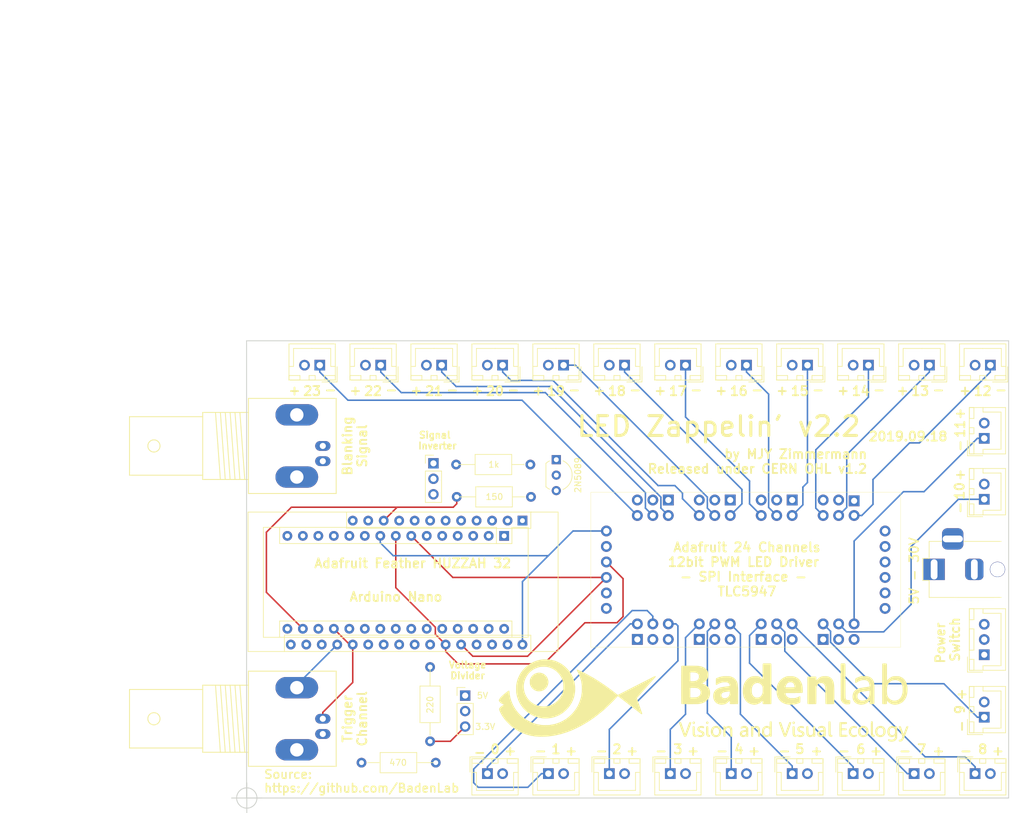
<source format=kicad_pcb>
(kicad_pcb (version 20171130) (host pcbnew "(5.0.0)")
  (layers (0 F.Cu signal) (31 B.Cu signal hide) (34 B.Paste user) (35 F.Paste user) (36 B.SilkS user) (37 F.SilkS user) (38 B.Mask user) (39 F.Mask user) (44 Edge.Cuts user))
  (net 0 "")
  (net 1 "Net-(A1-Pad17)")
  (net 2 "Net-(A1-Pad19)")
  (net 3 GNDREF)
  (net 4 "Net-(A1-Pad21)")
  (net 5 "Net-(A1-Pad22)")
  (net 6 "Net-(A1-Pad23)")
  (net 7 "Net-(A1-Pad24)")
  (net 8 "Net-(A1-Pad25)")
  (net 9 "Net-(A1-Pad26)")
  (net 10 "Net-(A1-Pad27)")
  (net 11 "Net-(A1-Pad28)")
  (net 12 "Net-(A1-Pad30)")
  (net 13 "Net-(A1-Pad16)")
  (net 14 "Net-(J1-Pad1)")
  (net 15 "Net-(J2-Pad1)")
  (net 16 "Net-(J3-Pad1)")
  (net 17 "Net-(J4-Pad1)")
  (net 18 "Net-(J5-Pad1)")
  (net 19 "Net-(J6-Pad1)")
  (net 20 "Net-(J7-Pad1)")
  (net 21 "Net-(J8-Pad1)")
  (net 22 "Net-(J9-Pad1)")
  (net 23 "Net-(J10-Pad1)")
  (net 24 "Net-(J11-Pad1)")
  (net 25 "Net-(J12-Pad1)")
  (net 26 "Net-(J13-Pad1)")
  (net 27 "Net-(J14-Pad1)")
  (net 28 "Net-(J15-Pad1)")
  (net 29 "Net-(J16-Pad1)")
  (net 30 "Net-(J17-Pad1)")
  (net 31 "Net-(J18-Pad1)")
  (net 32 "Net-(J19-Pad1)")
  (net 33 "Net-(J20-Pad1)")
  (net 34 "Net-(J21-Pad1)")
  (net 35 "Net-(J22-Pad1)")
  (net 36 "Net-(J23-Pad1)")
  (net 37 "Net-(J24-Pad1)")
  (net 38 "Net-(J25-Pad1)")
  (net 39 "Net-(Q1-Pad2)")
  (net 40 "Net-(A2-Pad20)")
  (module "" (layer F.Cu) (at 79.35 122.05)
    (fp_text reference "" (at 19.8 -10.65) (layer F.SilkS) (effects (font (size 1.27 1.27))))
    (fp_text value "" (at 19.8 -10.65) (layer F.SilkS) (effects (font (size 1.27 1.27))))
    (fp_text user 5V (at 19.35 -18.85) (layer F.SilkS))
  )
  (module "" (layer F.Cu) (at 19.8 -10.65)
    (fp_text reference "" (at 95.85 103.2) (layer F.SilkS) (effects (font (size 1.27 1.27))))
    (fp_text value "" (at 95.85 103.2) (layer F.SilkS) (effects (font (size 1.27 1.27))))
    (fp_text user 3.3V (at 79.35 118.95) (layer F.SilkS))
  )
  (module Connector_PinHeader_2.54mm:PinHeader_1x03_P2.54mm_Vertical (layer F.Cu) (at 95.85 103.2)
    (fp_text reference "" (at 0 -2.6) (layer F.SilkS))
    (fp_text value "")
    (pad 1 thru_hole rect (at 0 0) (size 1.7 1.7) (drill 1) (layers *.Cu *.Mask))
    (pad 2 thru_hole oval (at 0 2.54) (size 1.7 1.7) (drill 1) (layers *.Cu *.Mask))
    (pad 3 thru_hole oval (at 0 5.08) (size 1.7 1.7) (drill 1) (layers *.Cu *.Mask) (net 40 "Net-(A2-Pad20)"))
  )
  (module Maxime:R_Axial_DIN0309_L9.0mm_D3.2mm_P15.24mm_Horizontal (layer F.Cu) (at 106.55 65.3 180)
    (fp_text reference "" (at 11.43 -2.54 180) (layer F.SilkS))
    (fp_text value 1k (at 6 0 180) (layer F.SilkS))
    (pad 2 thru_hole oval (at 12.18 0 180) (size 1.6 1.6) (drill 0.8) (layers *.Cu *.Mask))
    (pad 1 thru_hole circle (at 0 0 180) (size 1.6 1.6) (drill 0.8) (layers *.Cu *.Mask))
  )
  (module Maxime:R_Axial_DIN0309_L9.0mm_D3.2mm_P15.24mm_Horizontal (layer F.Cu) (at 106.65 70.6 180)
    (fp_text reference "" (at 11.43 -2.54 180) (layer F.SilkS))
    (fp_text value 150 (at 6 0 180) (layer F.SilkS))
    (pad 2 thru_hole oval (at 12.18 0 180) (size 1.6 1.6) (drill 0.8) (layers *.Cu *.Mask) (net 13 "Net-(A1-Pad16)"))
    (pad 1 thru_hole circle (at 0 0 180) (size 1.6 1.6) (drill 0.8) (layers *.Cu *.Mask))
  )
  (module Package_TO_SOT_THT:TO-92L_Inline_Wide (layer F.Cu) (at 110.8 64.5 270)
    (fp_text reference 2N5089 (at 2.54 -3.56 270) (layer F.SilkS))
    (fp_text value "")
    (pad 1 thru_hole rect (at 0 0) (size 1.5 1.5) (drill 0.8) (layers *.Cu *.Mask))
    (pad 3 thru_hole circle (at 5.08 0) (size 1.5 1.5) (drill 0.8) (layers *.Cu *.Mask))
    (pad 2 thru_hole circle (at 2.54 0) (size 1.5 1.5) (drill 0.8) (layers *.Cu *.Mask))
  )
  (module Maxime:JST_XH_B02B-XH-A_02x2.50mm_Straight (layer F.Cu) (at 72 49 180)
    (fp_text reference "" (at -3.81 3.048 270) (layer F.SilkS))
    (fp_text value "" (at 2.772 -3.471 180) (layer F.SilkS))
    (pad 2 thru_hole circle (at 2.5 0 180) (size 1.75 1.75) (drill 1.05) (layers *.Cu *.Mask))
    (pad 1 thru_hole rect (at 0 0 180) (size 1.75 1.75) (drill 1.05) (layers *.Cu *.Mask) (net 37 "Net-(J24-Pad1)"))
  )
  (module Maxime:JST_XH_B02B-XH-A_02x2.50mm_Straight (layer F.Cu) (at 82 49 180)
    (fp_text reference "" (at -3.81 3.048 270) (layer F.SilkS))
    (fp_text value "" (at 2.772 -3.471 180) (layer F.SilkS))
    (pad 2 thru_hole circle (at 2.5 0 180) (size 1.75 1.75) (drill 1.05) (layers *.Cu *.Mask))
    (pad 1 thru_hole rect (at 0 0 180) (size 1.75 1.75) (drill 1.05) (layers *.Cu *.Mask) (net 36 "Net-(J23-Pad1)"))
  )
  (module Maxime:JST_XH_B02B-XH-A_02x2.50mm_Straight (layer F.Cu) (at 92 49 180)
    (fp_text reference "" (at -3.81 3.048 270) (layer F.SilkS))
    (fp_text value "" (at 2.772 -3.471 180) (layer F.SilkS))
    (pad 2 thru_hole circle (at 2.5 0 180) (size 1.75 1.75) (drill 1.05) (layers *.Cu *.Mask))
    (pad 1 thru_hole rect (at 0 0 180) (size 1.75 1.75) (drill 1.05) (layers *.Cu *.Mask) (net 35 "Net-(J22-Pad1)"))
  )
  (module Maxime:JST_XH_B02B-XH-A_02x2.50mm_Straight (layer F.Cu) (at 102 49 180)
    (fp_text reference "" (at -3.81 3.048 270) (layer F.SilkS))
    (fp_text value "" (at 2.772 -3.471 180) (layer F.SilkS))
    (pad 2 thru_hole circle (at 2.5 0 180) (size 1.75 1.75) (drill 1.05) (layers *.Cu *.Mask))
    (pad 1 thru_hole rect (at 0 0 180) (size 1.75 1.75) (drill 1.05) (layers *.Cu *.Mask) (net 34 "Net-(J21-Pad1)"))
  )
  (module Maxime:JST_XH_B02B-XH-A_02x2.50mm_Straight (layer F.Cu) (at 112 49 180)
    (fp_text reference "" (at -3.81 3.048 270) (layer F.SilkS))
    (fp_text value "" (at 2.772 -3.471 180) (layer F.SilkS))
    (pad 2 thru_hole circle (at 2.5 0 180) (size 1.75 1.75) (drill 1.05) (layers *.Cu *.Mask))
    (pad 1 thru_hole rect (at 0 0 180) (size 1.75 1.75) (drill 1.05) (layers *.Cu *.Mask) (net 33 "Net-(J20-Pad1)"))
  )
  (module Maxime:JST_XH_B02B-XH-A_02x2.50mm_Straight (layer F.Cu) (at 122 49 180)
    (fp_text reference "" (at -3.81 3.048 270) (layer F.SilkS))
    (fp_text value "" (at 2.772 -3.471 180) (layer F.SilkS))
    (pad 2 thru_hole circle (at 2.5 0 180) (size 1.75 1.75) (drill 1.05) (layers *.Cu *.Mask))
    (pad 1 thru_hole rect (at 0 0 180) (size 1.75 1.75) (drill 1.05) (layers *.Cu *.Mask) (net 32 "Net-(J19-Pad1)"))
  )
  (module Maxime:JST_XH_B02B-XH-A_02x2.50mm_Straight (layer F.Cu) (at 132 49 180)
    (fp_text reference "" (at -3.81 3.048 270) (layer F.SilkS))
    (fp_text value "" (at 2.772 -3.471 180) (layer F.SilkS))
    (pad 2 thru_hole circle (at 2.5 0 180) (size 1.75 1.75) (drill 1.05) (layers *.Cu *.Mask))
    (pad 1 thru_hole rect (at 0 0 180) (size 1.75 1.75) (drill 1.05) (layers *.Cu *.Mask) (net 31 "Net-(J18-Pad1)"))
  )
  (module Maxime:JST_XH_B02B-XH-A_02x2.50mm_Straight (layer F.Cu) (at 142 49 180)
    (fp_text reference "" (at -3.81 3.048 270) (layer F.SilkS))
    (fp_text value "" (at 2.772 -3.471 180) (layer F.SilkS))
    (pad 2 thru_hole circle (at 2.5 0 180) (size 1.75 1.75) (drill 1.05) (layers *.Cu *.Mask))
    (pad 1 thru_hole rect (at 0 0 180) (size 1.75 1.75) (drill 1.05) (layers *.Cu *.Mask) (net 30 "Net-(J17-Pad1)"))
  )
  (module Maxime:JST_XH_B02B-XH-A_02x2.50mm_Straight (layer F.Cu) (at 152 49 180)
    (fp_text reference "" (at -3.81 3.048 270) (layer F.SilkS))
    (fp_text value "" (at 2.772 -3.471 180) (layer F.SilkS))
    (pad 2 thru_hole circle (at 2.5 0 180) (size 1.75 1.75) (drill 1.05) (layers *.Cu *.Mask))
    (pad 1 thru_hole rect (at 0 0 180) (size 1.75 1.75) (drill 1.05) (layers *.Cu *.Mask) (net 29 "Net-(J16-Pad1)"))
  )
  (module Maxime:JST_XH_B02B-XH-A_02x2.50mm_Straight (layer F.Cu) (at 162 49 180)
    (fp_text reference "" (at -3.81 3.048 270) (layer F.SilkS))
    (fp_text value "" (at 2.772 -3.471 180) (layer F.SilkS))
    (pad 2 thru_hole circle (at 2.5 0 180) (size 1.75 1.75) (drill 1.05) (layers *.Cu *.Mask))
    (pad 1 thru_hole rect (at 0 0 180) (size 1.75 1.75) (drill 1.05) (layers *.Cu *.Mask) (net 28 "Net-(J15-Pad1)"))
  )
  (module Maxime:JST_XH_B02B-XH-A_02x2.50mm_Straight (layer F.Cu) (at 172 49 180)
    (fp_text reference "" (at -3.81 3.048 270) (layer F.SilkS))
    (fp_text value "" (at 2.772 -3.471 180) (layer F.SilkS))
    (pad 2 thru_hole circle (at 2.5 0 180) (size 1.75 1.75) (drill 1.05) (layers *.Cu *.Mask))
    (pad 1 thru_hole rect (at 0 0 180) (size 1.75 1.75) (drill 1.05) (layers *.Cu *.Mask) (net 27 "Net-(J14-Pad1)"))
  )
  (module Maxime:JST_XH_B02B-XH-A_02x2.50mm_Straight (layer F.Cu) (at 182 49 180)
    (fp_text reference "" (at -3.81 3.048 270) (layer F.SilkS))
    (fp_text value "" (at 2.772 -3.471 180) (layer F.SilkS))
    (pad 2 thru_hole circle (at 2.5 0 180) (size 1.75 1.75) (drill 1.05) (layers *.Cu *.Mask))
    (pad 1 thru_hole rect (at 0 0 180) (size 1.75 1.75) (drill 1.05) (layers *.Cu *.Mask) (net 26 "Net-(J13-Pad1)"))
  )
  (module Maxime:JST_XH_B02B-XH-A_02x2.50mm_Straight (layer F.Cu) (at 181 61 90)
    (fp_text reference "" (at -3.81 3.048 180) (layer F.SilkS))
    (fp_text value "" (at 2.772 -3.471 90) (layer F.SilkS))
    (pad 1 thru_hole rect (at 0 0 90) (size 1.75 1.75) (drill 1.05) (layers *.Cu *.Mask) (net 25 "Net-(J12-Pad1)"))
    (pad 2 thru_hole circle (at 2.5 0 90) (size 1.75 1.75) (drill 1.05) (layers *.Cu *.Mask))
  )
  (module Maxime:JST_XH_B02B-XH-A_02x2.50mm_Straight (layer F.Cu) (at 181 71 90)
    (fp_text reference "" (at -3.81 3.048 180) (layer F.SilkS))
    (fp_text value "" (at 2.772 -3.471 90) (layer F.SilkS))
    (pad 1 thru_hole rect (at 0 0 90) (size 1.75 1.75) (drill 1.05) (layers *.Cu *.Mask) (net 24 "Net-(J11-Pad1)"))
    (pad 2 thru_hole circle (at 2.5 0 90) (size 1.75 1.75) (drill 1.05) (layers *.Cu *.Mask))
  )
  (module Maxime:JST_XH_B02B-XH-A_02x2.50mm_Straight (layer F.Cu) (at 181 106.75 90)
    (fp_text reference "" (at -3.81 3.048 180) (layer F.SilkS))
    (fp_text value "" (at 2.772 -3.471 90) (layer F.SilkS))
    (pad 1 thru_hole rect (at 0 0 90) (size 1.75 1.75) (drill 1.05) (layers *.Cu *.Mask) (net 23 "Net-(J10-Pad1)"))
    (pad 2 thru_hole circle (at 2.5 0 90) (size 1.75 1.75) (drill 1.05) (layers *.Cu *.Mask))
  )
  (module Maxime:JST_XH_B02B-XH-A_02x2.50mm_Straight (layer F.Cu) (at 179.5 116)
    (fp_text reference "" (at -3.81 3.048 90) (layer F.SilkS))
    (fp_text value "" (at 2.772 -3.471) (layer F.SilkS))
    (pad 2 thru_hole circle (at 2.5 0) (size 1.75 1.75) (drill 1.05) (layers *.Cu *.Mask))
    (pad 1 thru_hole rect (at 0 0) (size 1.75 1.75) (drill 1.05) (layers *.Cu *.Mask) (net 22 "Net-(J9-Pad1)"))
  )
  (module Maxime:JST_XH_B02B-XH-A_02x2.50mm_Straight (layer F.Cu) (at 169.5 116)
    (fp_text reference "" (at -3.81 3.048 90) (layer F.SilkS))
    (fp_text value "" (at 2.772 -3.471) (layer F.SilkS))
    (pad 2 thru_hole circle (at 2.5 0) (size 1.75 1.75) (drill 1.05) (layers *.Cu *.Mask))
    (pad 1 thru_hole rect (at 0 0) (size 1.75 1.75) (drill 1.05) (layers *.Cu *.Mask) (net 21 "Net-(J8-Pad1)"))
  )
  (module Maxime:JST_XH_B02B-XH-A_02x2.50mm_Straight (layer F.Cu) (at 159.5 116)
    (fp_text reference "" (at -3.81 3.048 90) (layer F.SilkS))
    (fp_text value "" (at 2.772 -3.471) (layer F.SilkS))
    (pad 2 thru_hole circle (at 2.5 0) (size 1.75 1.75) (drill 1.05) (layers *.Cu *.Mask))
    (pad 1 thru_hole rect (at 0 0) (size 1.75 1.75) (drill 1.05) (layers *.Cu *.Mask) (net 20 "Net-(J7-Pad1)"))
  )
  (module Maxime:JST_XH_B02B-XH-A_02x2.50mm_Straight (layer F.Cu) (at 149.5 116)
    (fp_text reference "" (at -3.81 3.048 90) (layer F.SilkS))
    (fp_text value "" (at 2.772 -3.471) (layer F.SilkS))
    (pad 2 thru_hole circle (at 2.5 0) (size 1.75 1.75) (drill 1.05) (layers *.Cu *.Mask))
    (pad 1 thru_hole rect (at 0 0) (size 1.75 1.75) (drill 1.05) (layers *.Cu *.Mask) (net 19 "Net-(J6-Pad1)"))
  )
  (module Maxime:JST_XH_B02B-XH-A_02x2.50mm_Straight (layer F.Cu) (at 139.5 116)
    (fp_text reference "" (at -3.81 3.048 90) (layer F.SilkS))
    (fp_text value "" (at 2.772 -3.471) (layer F.SilkS))
    (pad 2 thru_hole circle (at 2.5 0) (size 1.75 1.75) (drill 1.05) (layers *.Cu *.Mask))
    (pad 1 thru_hole rect (at 0 0) (size 1.75 1.75) (drill 1.05) (layers *.Cu *.Mask) (net 18 "Net-(J5-Pad1)"))
  )
  (module Maxime:JST_XH_B02B-XH-A_02x2.50mm_Straight (layer F.Cu) (at 129.5 116)
    (fp_text reference "" (at -3.81 3.048 90) (layer F.SilkS))
    (fp_text value "" (at 2.772 -3.471) (layer F.SilkS))
    (pad 2 thru_hole circle (at 2.5 0) (size 1.75 1.75) (drill 1.05) (layers *.Cu *.Mask))
    (pad 1 thru_hole rect (at 0 0) (size 1.75 1.75) (drill 1.05) (layers *.Cu *.Mask) (net 17 "Net-(J4-Pad1)"))
  )
  (module Maxime:JST_XH_B02B-XH-A_02x2.50mm_Straight (layer F.Cu) (at 119.5 116)
    (fp_text reference "" (at -3.81 3.048 90) (layer F.SilkS))
    (fp_text value "" (at 2.772 -3.471) (layer F.SilkS))
    (pad 2 thru_hole circle (at 2.5 0) (size 1.75 1.75) (drill 1.05) (layers *.Cu *.Mask))
    (pad 1 thru_hole rect (at 0 0) (size 1.75 1.75) (drill 1.05) (layers *.Cu *.Mask) (net 16 "Net-(J3-Pad1)"))
  )
  (module Maxime:JST_XH_B02B-XH-A_02x2.50mm_Straight (layer F.Cu) (at 109.5 116)
    (fp_text reference "" (at -3.81 3.048 90) (layer F.SilkS))
    (fp_text value "" (at 2.772 -3.471) (layer F.SilkS))
    (pad 2 thru_hole circle (at 2.5 0) (size 1.75 1.75) (drill 1.05) (layers *.Cu *.Mask))
    (pad 1 thru_hole rect (at 0 0) (size 1.75 1.75) (drill 1.05) (layers *.Cu *.Mask) (net 15 "Net-(J2-Pad1)"))
  )
  (module "Maxime:new_logo 1000" (layer F.Cu) (at 135.35 104.55)
    (fp_text reference "" hide)
    (fp_text value "" hide)
  )
  (module Maxime:JST_XH_B02B-XH-A_02x2.50mm_Straight (layer F.Cu) (at 99.5 116)
    (fp_text reference "" (at -3.81 3.048 90) (layer F.SilkS))
    (fp_text value "" (at 2.772 -3.471) (layer F.SilkS))
    (pad 1 thru_hole rect (at 0 0) (size 1.75 1.75) (drill 1.05) (layers *.Cu *.Mask) (net 14 "Net-(J1-Pad1)"))
    (pad 2 thru_hole circle (at 2.5 0) (size 1.75 1.75) (drill 1.05) (layers *.Cu *.Mask))
  )
  (module Maxime:R_Axial_DIN0309_L9.0mm_D3.2mm_P15.24mm_Horizontal (layer F.Cu) (at 78.85 114.2)
    (fp_text reference "" (at 11.43 -2.54) (layer F.SilkS))
    (fp_text value 470 (at 6 0) (layer F.SilkS))
    (pad 2 thru_hole oval (at 12.18 0) (size 1.6 1.6) (drill 0.8) (layers *.Cu *.Mask))
    (pad 1 thru_hole circle (at 0 0) (size 1.6 1.6) (drill 0.8) (layers *.Cu *.Mask))
  )
  (module "Maxime:Adafruit Huzzah 32" (layer F.Cu) (at 63.75 73 270)
    (fp_text reference "" (at 9.12 -48.49 270) (layer F.SilkS))
    (fp_text value "" (at 10.15 -24.285) (layer F.SilkS))
    (pad SDA/23 thru_hole rect (at 1.5 -41.5 270) (size 1.6 1.6) (drill 0.8) (layers *.Cu *.Mask))
    (pad NC thru_hole oval (at 21.83 -8.58 270) (size 1.6 1.6) (drill 0.8) (layers *.Cu *.Mask))
    (pad SCL/22 thru_hole oval (at 1.5 -39.06 270) (size 1.6 1.6) (drill 0.8) (layers *.Cu *.Mask))
    (pad 18 thru_hole oval (at 21.83 -11.12 270) (size 1.6 1.6) (drill 0.8) (layers *.Cu *.Mask) (net 3 GNDREF))
    (pad 14/A6 thru_hole oval (at 1.5 -36.52 270) (size 1.6 1.6) (drill 0.8) (layers *.Cu *.Mask))
    (pad A0/26 thru_hole oval (at 21.83 -13.66 270) (size 1.6 1.6) (drill 0.8) (layers *.Cu *.Mask) (net 2 "Net-(A1-Pad19)"))
    (pad 32/A7 thru_hole oval (at 1.5 -33.98 270) (size 1.6 1.6) (drill 0.8) (layers *.Cu *.Mask))
    (pad A1/25 thru_hole oval (at 21.83 -16.2 270) (size 1.6 1.6) (drill 0.8) (layers *.Cu *.Mask))
    (pad 15/A8 thru_hole oval (at 1.5 -31.44 270) (size 1.6 1.6) (drill 0.8) (layers *.Cu *.Mask))
    (pad A2/34 thru_hole oval (at 21.83 -18.74 270) (size 1.6 1.6) (drill 0.8) (layers *.Cu *.Mask))
    (pad 33/A9 thru_hole oval (at 1.5 -28.9 270) (size 1.6 1.6) (drill 0.8) (layers *.Cu *.Mask))
    (pad A3/39 thru_hole oval (at 21.83 -21.28 270) (size 1.6 1.6) (drill 0.8) (layers *.Cu *.Mask))
    (pad 27/A10 thru_hole oval (at 1.5 -26.36 270) (size 1.6 1.6) (drill 0.8) (layers *.Cu *.Mask))
    (pad A4/36 thru_hole oval (at 21.83 -23.82 270) (size 1.6 1.6) (drill 0.8) (layers *.Cu *.Mask))
    (pad 12/A11 thru_hole oval (at 1.5 -23.82 270) (size 1.6 1.6) (drill 0.8) (layers *.Cu *.Mask))
    (pad A5/4 thru_hole oval (at 21.83 -26.36 270) (size 1.6 1.6) (drill 0.8) (layers *.Cu *.Mask))
    (pad 13/A12 thru_hole oval (at 1.5 -21.28 270) (size 1.6 1.6) (drill 0.8) (layers *.Cu *.Mask))
    (pad SCK/5 thru_hole oval (at 21.83 -28.9 270) (size 1.6 1.6) (drill 0.8) (layers *.Cu *.Mask) (net 8 "Net-(A1-Pad25)"))
    (pad USB thru_hole oval (at 1.5 -18.74 270) (size 1.6 1.6) (drill 0.8) (layers *.Cu *.Mask) (net 13 "Net-(A1-Pad16)"))
    (pad MOSI/18 thru_hole oval (at 21.83 -31.44 270) (size 1.6 1.6) (drill 0.8) (layers *.Cu *.Mask) (net 9 "Net-(A1-Pad26)"))
    (pad En thru_hole oval (at 1.5 -16.2 270) (size 1.6 1.6) (drill 0.8) (layers *.Cu *.Mask))
    (pad MISO/19 thru_hole oval (at 21.83 -33.98 270) (size 1.6 1.6) (drill 0.8) (layers *.Cu *.Mask))
    (pad BAT thru_hole oval (at 1.5 -13.66 270) (size 1.6 1.6) (drill 0.8) (layers *.Cu *.Mask))
    (pad RX/16 thru_hole oval (at 21.83 -36.52 270) (size 1.6 1.6) (drill 0.8) (layers *.Cu *.Mask))
    (pad TX/17 thru_hole oval (at 21.83 -39.06 270) (size 1.6 1.6) (drill 0.8) (layers *.Cu *.Mask))
    (pad 21 thru_hole oval (at 21.83 -41.5 270) (size 1.6 1.6) (drill 0.8) (layers *.Cu *.Mask) (net 12 "Net-(A1-Pad30)"))
    (pad 3V thru_hole oval (at 21.83 -6.04 270) (size 1.6 1.6) (drill 0.8) (layers *.Cu *.Mask))
    (pad RST thru_hole oval (at 21.83 -3.5 270) (size 1.6 1.6) (drill 0.8) (layers *.Cu *.Mask))
  )
  (module MountingHole:MountingHole_3.2mm_M3_DIN965 (layer F.Cu) (at 85 65)
    (fp_text reference "" (at 0 -3.8) (layer F.SilkS))
    (fp_text value "")
    (pad 1 np_thru_hole circle (at 0 0) (size 3.2 3.2) (drill 3.2) (layers *.Cu *.Mask))
  )
  (module MountingHole:MountingHole_3.2mm_M3_DIN965 (layer F.Cu) (at 85 105)
    (fp_text reference "" (at 0 -3.8) (layer F.SilkS))
    (fp_text value "")
    (pad 1 np_thru_hole circle (at 0 0) (size 3.2 3.2) (drill 3.2) (layers *.Cu *.Mask))
  )
  (module MountingHole:MountingHole_3.2mm_M3_DIN965 (layer F.Cu) (at 170 105 90)
    (fp_text reference "" (at 0 -3.8 90) (layer F.SilkS))
    (fp_text value "")
    (pad 1 np_thru_hole circle (at 0 0 90) (size 3.2 3.2) (drill 3.2) (layers *.Cu *.Mask))
  )
  (module Maxime:Maxi_TLC5947 (layer F.Cu) (at 141.875 82.55 90)
    (fp_text reference "")
    (fp_text value "")
    (pad 25 thru_hole circle (at 8.89 -7.62 90) (size 1.778 1.778) (drill 1) (layers *.Cu *.Mask) (net 34 "Net-(J21-Pad1)"))
    (pad "" thru_hole circle (at 11.43 -7.62 90) (size 1.778 1.778) (drill 1) (layers *.Cu *.Mask))
    (pad 26 thru_hole circle (at 8.89 -12.7 90) (size 1.778 1.778) (drill 1) (layers *.Cu *.Mask) (net 35 "Net-(J22-Pad1)"))
    (pad "" thru_hole circle (at 11.43 -15.24 90) (size 1.778 1.778) (drill 1) (layers *.Cu *.Mask))
    (pad 27 thru_hole circle (at 8.89 -15.24 90) (size 1.778 1.778) (drill 1) (layers *.Cu *.Mask) (net 36 "Net-(J23-Pad1)"))
    (pad "" thru_hole circle (at 11.43 -17.78 90) (size 1.778 1.778) (drill 1) (layers *.Cu *.Mask))
    (pad 28 thru_hole circle (at 8.89 -17.78 90) (size 1.778 1.778) (drill 1) (layers *.Cu *.Mask) (net 37 "Net-(J24-Pad1)"))
    (pad "" thru_hole circle (at 11.43 -5.08 90) (size 1.778 1.778) (drill 1) (layers *.Cu *.Mask))
    (pad 24 thru_hole circle (at 8.89 -5.08 90) (size 1.778 1.778) (drill 1) (layers *.Cu *.Mask) (net 33 "Net-(J20-Pad1)"))
    (pad 23 thru_hole circle (at 8.89 -2.54 90) (size 1.778 1.778) (drill 1) (layers *.Cu *.Mask) (net 32 "Net-(J19-Pad1)"))
    (pad "" thru_hole circle (at 11.43 5.08 90) (size 1.778 1.778) (drill 1) (layers *.Cu *.Mask))
    (pad "" thru_hole circle (at 11.43 2.54 90) (size 1.778 1.778) (drill 1) (layers *.Cu *.Mask))
    (pad 22 thru_hole circle (at 8.89 2.54 90) (size 1.778 1.778) (drill 1) (layers *.Cu *.Mask) (net 31 "Net-(J18-Pad1)"))
    (pad 21 thru_hole circle (at 8.89 5.08 90) (size 1.778 1.778) (drill 1) (layers *.Cu *.Mask) (net 30 "Net-(J17-Pad1)"))
    (pad 20 thru_hole circle (at 8.89 7.62 90) (size 1.778 1.778) (drill 1) (layers *.Cu *.Mask) (net 29 "Net-(J16-Pad1)"))
    (pad 19 thru_hole circle (at 8.89 12.7 90) (size 1.778 1.778) (drill 1) (layers *.Cu *.Mask) (net 28 "Net-(J15-Pad1)"))
    (pad "" thru_hole circle (at 11.43 12.7 90) (size 1.778 1.778) (drill 1) (layers *.Cu *.Mask))
    (pad "" thru_hole circle (at 11.43 15.24 90) (size 1.778 1.778) (drill 1) (layers *.Cu *.Mask))
    (pad 18 thru_hole circle (at 8.89 15.24 90) (size 1.778 1.778) (drill 1) (layers *.Cu *.Mask) (net 27 "Net-(J14-Pad1)"))
    (pad 17 thru_hole circle (at 8.89 17.78 90) (size 1.778 1.778) (drill 1) (layers *.Cu *.Mask) (net 26 "Net-(J13-Pad1)"))
    (pad 16 thru_hole circle (at -8.89 17.78 90) (size 1.778 1.778) (drill 1) (layers *.Cu *.Mask) (net 25 "Net-(J12-Pad1)"))
    (pad "" thru_hole circle (at -11.43 17.78 90) (size 1.778 1.778) (drill 1) (layers *.Cu *.Mask))
    (pad "" thru_hole circle (at -11.43 15.24 90) (size 1.778 1.778) (drill 1) (layers *.Cu *.Mask))
    (pad 15 thru_hole circle (at -8.89 15.24 90) (size 1.778 1.778) (drill 1) (layers *.Cu *.Mask) (net 24 "Net-(J11-Pad1)"))
    (pad 14 thru_hole circle (at -8.89 12.7 90) (size 1.778 1.778) (drill 1) (layers *.Cu *.Mask) (net 23 "Net-(J10-Pad1)"))
    (pad "" thru_hole circle (at -11.43 7.62 90) (size 1.778 1.778) (drill 1) (layers *.Cu *.Mask))
    (pad "" thru_hole circle (at -11.43 5.08 90) (size 1.778 1.778) (drill 1) (layers *.Cu *.Mask))
    (pad 13 thru_hole circle (at -8.89 7.62 90) (size 1.778 1.778) (drill 1) (layers *.Cu *.Mask) (net 22 "Net-(J9-Pad1)"))
    (pad 12 thru_hole circle (at -8.89 5.08 90) (size 1.778 1.778) (drill 1) (layers *.Cu *.Mask) (net 21 "Net-(J8-Pad1)"))
    (pad 11 thru_hole circle (at -8.89 2.54 90) (size 1.778 1.778) (drill 1) (layers *.Cu *.Mask) (net 20 "Net-(J7-Pad1)"))
    (pad "" thru_hole rect (at 11.43 -12.7 90) (size 1.778 1.778) (drill 1) (layers *.Cu *.Mask))
    (pad "" thru_hole rect (at 11.43 -2.54 90) (size 1.778 1.778) (drill 1) (layers *.Cu *.Mask))
    (pad "" thru_hole rect (at 11.43 7.62 90) (size 1.778 1.778) (drill 1) (layers *.Cu *.Mask))
    (pad "" thru_hole rect (at 11.3 17.78 90) (size 1.778 1.778) (drill 1) (layers *.Cu *.Mask))
    (pad "" thru_hole rect (at -11.43 12.7 90) (size 1.778 1.778) (drill 1) (layers *.Cu *.Mask))
    (pad "" thru_hole rect (at -11.43 2.54 90) (size 1.778 1.778) (drill 1) (layers *.Cu *.Mask))
    (pad "" thru_hole circle (at -11.43 -2.54 90) (size 1.778 1.778) (drill 1) (layers *.Cu *.Mask))
    (pad "" thru_hole circle (at -11.43 -5.08 90) (size 1.778 1.778) (drill 1) (layers *.Cu *.Mask))
    (pad "" thru_hole rect (at -11.43 -7.62 90) (size 1.778 1.778) (drill 1) (layers *.Cu *.Mask))
    (pad 10 thru_hole circle (at -8.89 -2.54 90) (size 1.778 1.778) (drill 1) (layers *.Cu *.Mask) (net 19 "Net-(J6-Pad1)"))
    (pad 9 thru_hole circle (at -8.89 -5.08 90) (size 1.778 1.778) (drill 1) (layers *.Cu *.Mask) (net 18 "Net-(J5-Pad1)"))
    (pad 8 thru_hole circle (at -8.89 -7.62 90) (size 1.778 1.778) (drill 1) (layers *.Cu *.Mask) (net 17 "Net-(J4-Pad1)"))
    (pad "" thru_hole circle (at -11.43 -12.7 90) (size 1.778 1.778) (drill 1) (layers *.Cu *.Mask))
    (pad "" thru_hole circle (at -11.43 -15.24 90) (size 1.778 1.778) (drill 1) (layers *.Cu *.Mask))
    (pad "" thru_hole rect (at -11.43 -17.78 90) (size 1.778 1.778) (drill 1) (layers *.Cu *.Mask))
    (pad 7 thru_hole circle (at -8.89 -12.7 90) (size 1.778 1.778) (drill 1) (layers *.Cu *.Mask) (net 16 "Net-(J3-Pad1)"))
    (pad 6 thru_hole circle (at -8.89 -15.24 90) (size 1.778 1.778) (drill 1) (layers *.Cu *.Mask) (net 15 "Net-(J2-Pad1)"))
    (pad 5 thru_hole circle (at -8.89 -17.78 90) (size 1.778 1.778) (drill 1) (layers *.Cu *.Mask) (net 14 "Net-(J1-Pad1)"))
    (pad 30 thru_hole circle (at 6.35 -22.86 270) (size 1.778 1.778) (drill 1.016) (layers *.Cu *.Mask) (net 12 "Net-(A1-Pad30)"))
    (pad 2 thru_hole circle (at 3.81 -22.86 180) (size 1.778 1.778) (drill 1.016) (layers *.Cu *.Mask))
    (pad 3 thru_hole circle (at 1.27 -22.86 180) (size 1.778 1.778) (drill 1.016) (layers *.Cu *.Mask) (net 8 "Net-(A1-Pad25)"))
    (pad 4 thru_hole circle (at -1.27 -22.86 180) (size 1.778 1.778) (drill 1.016) (layers *.Cu *.Mask) (net 9 "Net-(A1-Pad26)"))
    (pad 1 thru_hole circle (at -3.82 -22.86 180) (size 1.778 1.778) (drill 1.016) (layers *.Cu *.Mask))
    (pad 32 thru_hole circle (at -6.34 -22.86 180) (size 1.778 1.778) (drill 1.016) (layers *.Cu *.Mask))
    (pad 32 thru_hole circle (at -6.35 22.86 180) (size 1.778 1.778) (drill 1.016) (layers *.Cu *.Mask))
    (pad "" thru_hole circle (at -3.81 22.86 180) (size 1.778 1.778) (drill 1.016) (layers *.Cu *.Mask))
    (pad "" thru_hole circle (at -1.27 22.86 180) (size 1.778 1.778) (drill 1.016) (layers *.Cu *.Mask))
    (pad "" thru_hole circle (at 1.27 22.86 180) (size 1.778 1.778) (drill 1.016) (layers *.Cu *.Mask))
    (pad "" thru_hole circle (at 3.81 22.86 180) (size 1.778 1.778) (drill 1.016) (layers *.Cu *.Mask))
    (pad "" thru_hole circle (at 6.35 22.86 180) (size 1.778 1.778) (drill 1.016) (layers *.Cu *.Mask))
  )
  (module Maxime:BNC_Socket_TYCO-AMP_LargePads (layer F.Cu) (at 67.5 62.25 90)
    (fp_text reference "" (at 0.508 9.652 90) (layer F.SilkS))
    (fp_text value "" (at -5.5 -6 90) (layer F.SilkS))
    (pad 2 thru_hole oval (at -2.49936 5.00126 90) (size 1.6002 2.49936) (drill 1.00076) (layers *.Cu *.Mask))
    (pad 1 thru_hole oval (at 0 5.00126 90) (size 1.6002 2.49936) (drill 1.00076) (layers *.Cu *.Mask))
    (pad 2 thru_hole oval (at 5.10032 0.7366 90) (size 3.50012 7.00024) (drill 2.19964) (layers *.Cu *.Mask))
    (pad 2 thru_hole oval (at -5.09778 0.7366 90) (size 3.50012 7.00024) (drill 2.19964) (layers *.Cu *.Mask))
  )
  (module Maxime:BarrelJack_Horizontal_maxime (layer F.Cu) (at 187.275 82.5 180)
    (fp_text reference J2 hide)
    (fp_text value "5V - 30V" (at 17.775 -0.25 90) (layer F.SilkS) (effects (font (size 1.5 1.5) (thickness 0.25))))
    (pad 4 thru_hole circle (at 4.1 0 180) (size 2.5 2.5) (drill 2.4) (layers *.Cu *.Mask))
    (pad 1 thru_hole rect (at 14.5 0 180) (size 3.5 3.5) (drill oval 1.1 3.3) (layers *.Cu *.Mask))
    (pad 2 thru_hole roundrect (at 7.9 0 180) (size 3 3.5) (drill oval 1.1 3.3) (layers *.Cu *.Mask))
    (pad 3 thru_hole roundrect (at 11.45 5 180) (size 3.5 3.5) (drill oval 3.3 1.1) (layers *.Cu *.Mask))
  )
  (module Maxime:BNC_Socket_TYCO-AMP_LargePads (layer F.Cu) (at 67.5 107 90)
    (fp_text reference "" (at 0.508 9.652 90) (layer F.SilkS))
    (fp_text value "" (at -5.5 -6 90) (layer F.SilkS))
    (pad 2 thru_hole oval (at -5.09778 0.7366 90) (size 3.50012 7.00024) (drill 2.19964) (layers *.Cu *.Mask))
    (pad 2 thru_hole oval (at 5.10032 0.7366 90) (size 3.50012 7.00024) (drill 2.19964) (layers *.Cu *.Mask) (net 3 GNDREF))
    (pad 1 thru_hole oval (at 0 5.00126 90) (size 1.6002 2.49936) (drill 1.00076) (layers *.Cu *.Mask) (net 2 "Net-(A1-Pad19)"))
    (pad 2 thru_hole oval (at -2.49936 5.00126 90) (size 1.6002 2.49936) (drill 1.00076) (layers *.Cu *.Mask))
  )
  (module MountingHole:MountingHole_3.2mm_M3_DIN965 (layer F.Cu) (at 170 65)
    (fp_text reference "" (at 0 -3.8) (layer F.SilkS))
    (fp_text value "")
    (pad 1 np_thru_hole circle (at 0 0) (size 3.2 3.2) (drill 3.2) (layers *.Cu *.Mask))
  )
  (module Module:Arduino_Nano (layer F.Cu) (at 102.25 77 270)
    (fp_text reference "" (at 7.62 -5.08 270) (layer F.SilkS))
    (fp_text value "Arduino Nano" (at 10 17.75) (layer F.SilkS) (effects (font (size 1.5 1.5) (thickness 0.3))))
    (pad D13 thru_hole oval (at 15.24 35.56 270) (size 1.6 1.6) (drill 0.8) (layers *.Cu *.Mask))
    (pad D12 thru_hole oval (at 0 35.56 270) (size 1.6 1.6) (drill 0.8) (layers *.Cu *.Mask))
    (pad Vin thru_hole oval (at 15.24 0 270) (size 1.6 1.6) (drill 0.8) (layers *.Cu *.Mask))
    (pad D11 thru_hole oval (at 0 33.02 270) (size 1.6 1.6) (drill 0.8) (layers *.Cu *.Mask))
    (pad GND thru_hole oval (at 15.24 2.54 270) (size 1.6 1.6) (drill 0.8) (layers *.Cu *.Mask))
    (pad D10 thru_hole oval (at 0 30.48 270) (size 1.6 1.6) (drill 0.8) (layers *.Cu *.Mask))
    (pad RST thru_hole oval (at 15.24 5.08 270) (size 1.6 1.6) (drill 0.8) (layers *.Cu *.Mask))
    (pad D9 thru_hole oval (at 0 27.94 270) (size 1.6 1.6) (drill 0.8) (layers *.Cu *.Mask))
    (pad 5V thru_hole oval (at 15.24 7.62 270) (size 1.6 1.6) (drill 0.8) (layers *.Cu *.Mask))
    (pad D8 thru_hole oval (at 0 25.4 270) (size 1.6 1.6) (drill 0.8) (layers *.Cu *.Mask))
    (pad A7 thru_hole oval (at 15.24 10.16 270) (size 1.6 1.6) (drill 0.8) (layers *.Cu *.Mask))
    (pad D7 thru_hole oval (at 0 22.86 270) (size 1.6 1.6) (drill 0.8) (layers *.Cu *.Mask))
    (pad A6 thru_hole oval (at 15.24 12.7 270) (size 1.6 1.6) (drill 0.8) (layers *.Cu *.Mask))
    (pad D6 thru_hole oval (at 0 20.32 270) (size 1.6 1.6) (drill 0.8) (layers *.Cu *.Mask) (net 12 "Net-(A1-Pad30)"))
    (pad A5 thru_hole oval (at 15.24 15.24 270) (size 1.6 1.6) (drill 0.8) (layers *.Cu *.Mask))
    (pad D5 thru_hole oval (at 0 17.78 270) (size 1.6 1.6) (drill 0.8) (layers *.Cu *.Mask) (net 8 "Net-(A1-Pad25)"))
    (pad A4 thru_hole oval (at 15.24 17.78 270) (size 1.6 1.6) (drill 0.8) (layers *.Cu *.Mask))
    (pad D4 thru_hole oval (at 0 15.24 270) (size 1.6 1.6) (drill 0.8) (layers *.Cu *.Mask) (net 9 "Net-(A1-Pad26)"))
    (pad A3 thru_hole oval (at 15.24 20.32 270) (size 1.6 1.6) (drill 0.8) (layers *.Cu *.Mask))
    (pad D3 thru_hole oval (at 0 12.7 270) (size 1.6 1.6) (drill 0.8) (layers *.Cu *.Mask))
    (pad A2 thru_hole oval (at 15.24 22.86 270) (size 1.6 1.6) (drill 0.8) (layers *.Cu *.Mask))
    (pad D2 thru_hole oval (at 0 10.16 270) (size 1.6 1.6) (drill 0.8) (layers *.Cu *.Mask))
    (pad A1 thru_hole oval (at 15.24 25.4 270) (size 1.6 1.6) (drill 0.8) (layers *.Cu *.Mask))
    (pad GND thru_hole oval (at 0 7.62 270) (size 1.6 1.6) (drill 0.8) (layers *.Cu *.Mask))
    (pad A0 thru_hole oval (at 15.24 27.94 270) (size 1.6 1.6) (drill 0.8) (layers *.Cu *.Mask) (net 2 "Net-(A1-Pad19)"))
    (pad RST thru_hole oval (at 0 5.08 270) (size 1.6 1.6) (drill 0.8) (layers *.Cu *.Mask))
    (pad REF thru_hole oval (at 15.24 30.48 270) (size 1.6 1.6) (drill 0.8) (layers *.Cu *.Mask))
    (pad RX0 thru_hole oval (at 0 2.54 270) (size 1.6 1.6) (drill 0.8) (layers *.Cu *.Mask))
    (pad 3V3 thru_hole oval (at 15.24 33.02 270) (size 1.6 1.6) (drill 0.8) (layers *.Cu *.Mask) (net 13 "Net-(A1-Pad16)"))
    (pad TX1 thru_hole rect (at 0 0 270) (size 1.6 1.6) (drill 0.8) (layers *.Cu *.Mask))
  )
  (module Maxime:R_Axial_DIN0309_L9.0mm_D3.2mm_P15.24mm_Horizontal (layer F.Cu) (at 90.1 110.7 90)
    (fp_text reference "" (at 11.43 -2.54 90) (layer F.SilkS))
    (fp_text value 220 (at 6 0 90) (layer F.SilkS))
    (pad 1 thru_hole circle (at 0 0 90) (size 1.6 1.6) (drill 0.8) (layers *.Cu *.Mask) (net 40 "Net-(A2-Pad20)"))
    (pad 2 thru_hole oval (at 12.18 0 90) (size 1.6 1.6) (drill 0.8) (layers *.Cu *.Mask))
  )
  (module Maxime:JST_XH_B03B-XH-A_03x2.50mm_Straight (layer F.Cu) (at 181 96.5 90)
    (fp_text reference "" (at -3.556 3.048 180) (layer F.SilkS))
    (fp_text value "" (at 3.985 -3.507 90) (layer F.SilkS))
    (pad 1 thru_hole rect (at 0 0 90) (size 1.75 1.75) (drill 1) (layers *.Cu *.Mask))
    (pad 2 thru_hole circle (at 2.5 0 90) (size 1.75 1.75) (drill 1) (layers *.Cu *.Mask))
    (pad 3 thru_hole circle (at 5 0 90) (size 1.75 1.75) (drill 1) (layers *.Cu *.Mask))
  )
  (module Connector_PinHeader_2.54mm:PinHeader_1x03_P2.54mm_Vertical (layer F.Cu) (at 90.65 65.1)
    (fp_text reference "" (at 0 -2.6) (layer F.SilkS))
    (fp_text value "")
    (pad 3 thru_hole oval (at 0 5.08) (size 1.7 1.7) (drill 1) (layers *.Cu *.Mask))
    (pad 2 thru_hole oval (at 0 2.54) (size 1.7 1.7) (drill 1) (layers *.Cu *.Mask))
    (pad 1 thru_hole rect (at 0 0) (size 1.7 1.7) (drill 1) (layers *.Cu *.Mask))
  )
  (gr_text "Voltage\nDivider" (at 96.25 99.05) (layer F.SilkS) (effects (font (size 1.1 1.1) (thickness 0.25))))
  (gr_text "Signal \nInverter" (at 91.3 61.35) (layer F.SilkS) (effects (font (size 1.1 1.1) (thickness 0.25))))
  (gr_text - (at 73.75 53.25 180) (layer F.SilkS) (effects (font (size 1.5 1.5) (thickness 0.3))))
  (gr_text "23\n" (at 70.75 53.25) (layer F.SilkS) (effects (font (size 1.5 1.5) (thickness 0.3))))
  (gr_text + (at 67.75 53.25 90) (layer F.SilkS) (effects (font (size 1.5 1.5) (thickness 0.3))))
  (gr_text - (at 83.75 53.25 180) (layer F.SilkS) (effects (font (size 1.5 1.5) (thickness 0.3))))
  (gr_text 22 (at 80.75 53.25) (layer F.SilkS) (effects (font (size 1.5 1.5) (thickness 0.3))))
  (gr_text + (at 77.75 53.25 90) (layer F.SilkS) (effects (font (size 1.5 1.5) (thickness 0.3))))
  (gr_text - (at 93.75 53.25 180) (layer F.SilkS) (effects (font (size 1.5 1.5) (thickness 0.3))))
  (gr_text 21 (at 90.75 53.25) (layer F.SilkS) (effects (font (size 1.5 1.5) (thickness 0.3))))
  (gr_text + (at 87.75 53.25 90) (layer F.SilkS) (effects (font (size 1.5 1.5) (thickness 0.3))))
  (gr_text - (at 103.75 53.25 180) (layer F.SilkS) (effects (font (size 1.5 1.5) (thickness 0.3))))
  (gr_text 20 (at 100.75 53.25) (layer F.SilkS) (effects (font (size 1.5 1.5) (thickness 0.3))))
  (gr_text + (at 97.75 53.25 90) (layer F.SilkS) (effects (font (size 1.5 1.5) (thickness 0.3))))
  (gr_text - (at 113.75 53.25 180) (layer F.SilkS) (effects (font (size 1.5 1.5) (thickness 0.3))))
  (gr_text 19 (at 110.75 53.25) (layer F.SilkS) (effects (font (size 1.5 1.5) (thickness 0.3))))
  (gr_text + (at 107.75 53.25 90) (layer F.SilkS) (effects (font (size 1.5 1.5) (thickness 0.3))))
  (gr_text - (at 123.75 53.25 180) (layer F.SilkS) (effects (font (size 1.5 1.5) (thickness 0.3))))
  (gr_text 18 (at 120.75 53.25) (layer F.SilkS) (effects (font (size 1.5 1.5) (thickness 0.3))))
  (gr_text + (at 117.75 53.25 90) (layer F.SilkS) (effects (font (size 1.5 1.5) (thickness 0.3))))
  (gr_text - (at 133.75 53.25 180) (layer F.SilkS) (effects (font (size 1.5 1.5) (thickness 0.3))))
  (gr_text 17 (at 130.75 53.25) (layer F.SilkS) (effects (font (size 1.5 1.5) (thickness 0.3))))
  (gr_text + (at 127.75 53.25 90) (layer F.SilkS) (effects (font (size 1.5 1.5) (thickness 0.3))))
  (gr_text - (at 143.75 53.25 180) (layer F.SilkS) (effects (font (size 1.5 1.5) (thickness 0.3))))
  (gr_text 16 (at 140.75 53.25) (layer F.SilkS) (effects (font (size 1.5 1.5) (thickness 0.3))))
  (gr_text + (at 137.75 53.25 90) (layer F.SilkS) (effects (font (size 1.5 1.5) (thickness 0.3))))
  (gr_text - (at 153.75 53.25 180) (layer F.SilkS) (effects (font (size 1.5 1.5) (thickness 0.3))))
  (gr_text 15 (at 150.75 53.25) (layer F.SilkS) (effects (font (size 1.5 1.5) (thickness 0.3))))
  (gr_text + (at 147.75 53.25 90) (layer F.SilkS) (effects (font (size 1.5 1.5) (thickness 0.3))))
  (gr_text - (at 163.75 53.25 180) (layer F.SilkS) (effects (font (size 1.5 1.5) (thickness 0.3))))
  (gr_text 14 (at 160.75 53.25) (layer F.SilkS) (effects (font (size 1.5 1.5) (thickness 0.3))))
  (gr_text + (at 157.75 53.25 90) (layer F.SilkS) (effects (font (size 1.5 1.5) (thickness 0.3))))
  (gr_text - (at 173.5 53.25 180) (layer F.SilkS) (effects (font (size 1.5 1.5) (thickness 0.3))))
  (gr_text 13 (at 170.5 53.25) (layer F.SilkS) (effects (font (size 1.5 1.5) (thickness 0.3))))
  (gr_text + (at 167.5 53.25 90) (layer F.SilkS) (effects (font (size 1.5 1.5) (thickness 0.3))))
  (gr_text - (at 183.75 53.25 180) (layer F.SilkS) (effects (font (size 1.5 1.5) (thickness 0.3))))
  (gr_text 12 (at 180.75 53.25) (layer F.SilkS) (effects (font (size 1.5 1.5) (thickness 0.3))))
  (gr_text + (at 177.75 53.25 90) (layer F.SilkS) (effects (font (size 1.5 1.5) (thickness 0.3))))
  (gr_text 11 (at 177.050056 59.460097 90) (layer F.SilkS) (effects (font (size 1.5 1.5) (thickness 0.3))))
  (gr_text - (at 177 62.210097 90) (layer F.SilkS) (effects (font (size 1.5 1.5) (thickness 0.3))))
  (gr_text + (at 177 56.960097 90) (layer F.SilkS) (effects (font (size 1.5 1.5) (thickness 0.3))))
  (gr_text + (at 177 67 90) (layer F.SilkS) (effects (font (size 1.5 1.5) (thickness 0.3))))
  (gr_text "10\n" (at 176.960098 69.637402 90) (layer F.SilkS) (effects (font (size 1.5 1.5) (thickness 0.3))))
  (gr_text - (at 177 72.387402 90) (layer F.SilkS) (effects (font (size 1.5 1.5) (thickness 0.3))))
  (gr_text 9 (at 177 105.5 90) (layer F.SilkS) (effects (font (size 1.5 1.5) (thickness 0.3))))
  (gr_text - (at 177.25 108.25 90) (layer F.SilkS) (effects (font (size 1.5 1.5) (thickness 0.3))))
  (gr_text + (at 177.25 103 90) (layer F.SilkS) (effects (font (size 1.5 1.5) (thickness 0.3))))
  (gr_text "LED Zappelin' v2.2" (at 137.45 59.05) (layer F.SilkS) (effects (font (size 3.25 3.25) (thickness 0.5))))
  (gr_text "Power \nSwitch" (at 175 94 90) (layer F.SilkS) (effects (font (size 1.5 1.5) (thickness 0.3))))
  (gr_text "Blanking\nSignal" (at 77.75 62.25 90) (layer F.SilkS) (effects (font (size 1.5 1.5) (thickness 0.3))))
  (gr_text "Trigger\nChannel" (at 77.75 107 90) (layer F.SilkS) (effects (font (size 1.5 1.5) (thickness 0.3))))
  (gr_text 0 (at 100.75 112) (layer F.SilkS) (effects (font (size 1.5 1.5) (thickness 0.3))))
  (gr_text 1 (at 110.75 112) (layer F.SilkS) (effects (font (size 1.5 1.5) (thickness 0.3))))
  (gr_text 2 (at 120.75 112) (layer F.SilkS) (effects (font (size 1.5 1.5) (thickness 0.3))))
  (gr_text 3 (at 130.75 112) (layer F.SilkS) (effects (font (size 1.5 1.5) (thickness 0.3))))
  (gr_text 4 (at 140.75 112) (layer F.SilkS) (effects (font (size 1.5 1.5) (thickness 0.3))))
  (gr_text 5 (at 150.75 111.975) (layer F.SilkS) (effects (font (size 1.5 1.5) (thickness 0.3))))
  (gr_text 6 (at 160.75 112) (layer F.SilkS) (effects (font (size 1.5 1.5) (thickness 0.3))))
  (gr_text 7 (at 170.75 112) (layer F.SilkS) (effects (font (size 1.5 1.5) (thickness 0.3))))
  (gr_text 8 (at 180.75 112) (layer F.SilkS) (effects (font (size 1.5 1.5) (thickness 0.3))))
  (gr_text "Source: \nhttps://github.com/BadenLab" (at 62.75 117.25) (layer F.SilkS) (effects (font (size 1.4 1.4) (thickness 0.25)) (justify left)))
  (gr_text "by MJY Zimmermann\nReleased under CERN OHL v1.2" (at 161.95 64.8) (layer F.SilkS) (effects (font (size 1.5 1.5) (thickness 0.3)) (justify right)))
  (gr_text 2019.09.18 (at 168.5 60.7) (layer F.SilkS) (effects (font (size 1.5 1.5) (thickness 0.3))))
  (gr_text - (at 178 112.25) (layer F.SilkS) (effects (font (size 1.5 1.5) (thickness 0.3))))
  (gr_text - (at 168 112.25) (layer F.SilkS) (effects (font (size 1.5 1.5) (thickness 0.3))))
  (gr_text - (at 158 112.25) (layer F.SilkS) (effects (font (size 1.5 1.5) (thickness 0.3))))
  (gr_text - (at 148.25 112.25) (layer F.SilkS) (effects (font (size 1.5 1.5) (thickness 0.3))))
  (gr_text - (at 138 112.25) (layer F.SilkS) (effects (font (size 1.5 1.5) (thickness 0.3))))
  (gr_text - (at 128 112.25) (layer F.SilkS) (effects (font (size 1.5 1.5) (thickness 0.3))))
  (gr_text - (at 118.25 112.25) (layer F.SilkS) (effects (font (size 1.5 1.5) (thickness 0.3))))
  (gr_text - (at 108.25 112.25) (layer F.SilkS) (effects (font (size 1.5 1.5) (thickness 0.3))))
  (gr_text - (at 98.25 112.5) (layer F.SilkS) (effects (font (size 1.5 1.5) (thickness 0.3))))
  (gr_text + (at 103.25 112.25) (layer F.SilkS) (effects (font (size 1.5 1.5) (thickness 0.3))))
  (gr_text + (at 113.25 112.25) (layer F.SilkS) (effects (font (size 1.5 1.5) (thickness 0.3))))
  (gr_text + (at 123.25 112.25) (layer F.SilkS) (effects (font (size 1.5 1.5) (thickness 0.3))))
  (gr_text + (at 133.25 112.25) (layer F.SilkS) (effects (font (size 1.5 1.5) (thickness 0.3))))
  (gr_text + (at 143.25 112.25) (layer F.SilkS) (effects (font (size 1.5 1.5) (thickness 0.3))))
  (gr_text + (at 153.5 112.25) (layer F.SilkS) (effects (font (size 1.5 1.5) (thickness 0.3))))
  (gr_text + (at 163.25 112.25) (layer F.SilkS) (effects (font (size 1.5 1.5) (thickness 0.3))))
  (gr_text + (at 173.5 112.25) (layer F.SilkS) (effects (font (size 1.5 1.5) (thickness 0.3))))
  (gr_text + (at 183.25 112.25) (layer F.SilkS) (effects (font (size 1.5 1.5) (thickness 0.3))))
  (gr_text "Adafruit Feather HUZZAH 32" (at 87.25 81.5) (layer F.SilkS) (effects (font (size 1.5 1.5) (thickness 0.3))))
  (gr_text "Adafruit 24 Channels\n12bit PWM LED Driver \n- SPI Interface - \nTLC5947" (at 142.075 82.5) (layer F.SilkS) (effects (font (size 1.5 1.5) (thickness 0.3))))
  (target plus (at 60.033183 120) (size 5) (width 0.15) (layer Edge.Cuts))
  (gr_line (start 60 45) (end 60 65) (layer Edge.Cuts) (width 0.15))
  (gr_line (start 185 45) (end 60 45) (layer Edge.Cuts) (width 0.15))
  (gr_line (start 185 120) (end 185 45) (layer Edge.Cuts) (width 0.15))
  (gr_line (start 60 120) (end 185 120) (layer Edge.Cuts) (width 0.15))
  (gr_line (start 60 65) (end 60 120) (layer Edge.Cuts) (width 0.15))
  (segment (start 77.41 101.04116) (end 77.41 94.83) (width 0.25) (layer F.Cu) (net 2))
  (segment (start 72.50126 107) (end 72.50126 105.9499) (width 0.25) (layer F.Cu) (net 2))
  (segment (start 72.50126 105.9499) (end 77.41 101.04116) (width 0.25) (layer F.Cu) (net 2))
  (segment (start 76.9 94.83) (end 77.41 94.83) (width 0.25) (layer F.Cu) (net 2))
  (segment (start 74.31 92.24) (end 76.9 94.83) (width 0.25) (layer F.Cu) (net 2))
  (segment (start 74.87 94.83) (end 68.2366 101.4634) (width 0.25) (layer B.Cu) (net 3))
  (segment (start 68.2366 101.4634) (end 68.2366 101.89968) (width 0.25) (layer B.Cu) (net 3))
  (segment (start 91.850001 94.030001) (end 92.65 94.83) (width 0.25) (layer F.Cu) (net 8))
  (segment (start 90.964999 93.144999) (end 91.850001 94.030001) (width 0.25) (layer F.Cu) (net 8))
  (segment (start 90.964999 91.989997) (end 90.964999 93.144999) (width 0.25) (layer F.Cu) (net 8))
  (segment (start 84.47 85.494998) (end 90.964999 91.989997) (width 0.25) (layer F.Cu) (net 8))
  (segment (start 84.47 77) (end 84.47 85.494998) (width 0.25) (layer F.Cu) (net 8))
  (segment (start 92.65 95.96137) (end 92.65 94.83) (width 0.25) (layer F.Cu) (net 8))
  (segment (start 94.68863 98) (end 92.65 95.96137) (width 0.25) (layer F.Cu) (net 8))
  (segment (start 119.015 81.28) (end 121.75 84.015) (width 0.25) (layer F.Cu) (net 8))
  (segment (start 121.75 84.015) (end 121.75 90.25) (width 0.25) (layer F.Cu) (net 8))
  (segment (start 121.75 90.25) (end 120.75 91.25) (width 0.25) (layer F.Cu) (net 8))
  (segment (start 120.75 91.25) (end 115.5 91.25) (width 0.25) (layer F.Cu) (net 8))
  (segment (start 115.5 91.25) (end 108.75 98) (width 0.25) (layer F.Cu) (net 8))
  (segment (start 108.75 98) (end 94.68863 98) (width 0.25) (layer F.Cu) (net 8))
  (segment (start 106.2 83.82) (end 119.015 83.82) (width 0.25) (layer F.Cu) (net 9))
  (segment (start 95.19 94.83) (end 97.11 96.75) (width 0.25) (layer F.Cu) (net 9))
  (segment (start 106.085 96.75) (end 119.015 83.82) (width 0.25) (layer F.Cu) (net 9))
  (segment (start 97.11 96.75) (end 106.085 96.75) (width 0.25) (layer F.Cu) (net 9))
  (segment (start 93.83 83.82) (end 106.2 83.82) (width 0.25) (layer F.Cu) (net 9))
  (segment (start 87.01 77) (end 93.83 83.82) (width 0.25) (layer F.Cu) (net 9))
  (segment (start 81.93 78.13137) (end 84.04863 80.25) (width 0.25) (layer B.Cu) (net 12))
  (segment (start 81.93 77) (end 81.93 78.13137) (width 0.25) (layer B.Cu) (net 12))
  (segment (start 84.04863 80.25) (end 109.5 80.25) (width 0.25) (layer B.Cu) (net 12))
  (segment (start 113.55 76.2) (end 119.015 76.2) (width 0.25) (layer B.Cu) (net 12))
  (segment (start 109.5 80.25) (end 113.55 76.2) (width 0.25) (layer B.Cu) (net 12))
  (segment (start 105.25 84.5) (end 109.5 80.25) (width 0.25) (layer B.Cu) (net 12))
  (segment (start 105.25 94.83) (end 105.25 84.5) (width 0.25) (layer B.Cu) (net 12))
  (segment (start 63.25 86.26) (end 69.23 92.24) (width 0.25) (layer F.Cu) (net 13))
  (segment (start 63.25 76.4) (end 63.25 86.26) (width 0.25) (layer F.Cu) (net 13))
  (segment (start 67.35 72.3) (end 63.25 76.4) (width 0.25) (layer F.Cu) (net 13))
  (segment (start 93.90137 72.3) (end 67.35 72.3) (width 0.25) (layer F.Cu) (net 13))
  (segment (start 94.47 70.6) (end 94.47 71.73137) (width 0.25) (layer F.Cu) (net 13))
  (segment (start 94.47 71.73137) (end 93.90137 72.3) (width 0.25) (layer F.Cu) (net 13))
  (segment (start 84.69 72.3) (end 93.90137 72.3) (width 0.25) (layer F.Cu) (net 13))
  (segment (start 82.49 74.5) (end 84.69 72.3) (width 0.25) (layer F.Cu) (net 13))
  (segment (start 122.935 91.44) (end 124.095 91.44) (width 0.25) (layer B.Cu) (net 14))
  (segment (start 99.5 114.875) (end 122.935 91.44) (width 0.25) (layer B.Cu) (net 14))
  (segment (start 99.5 116) (end 99.5 114.875) (width 0.25) (layer B.Cu) (net 14))
  (segment (start 106.125 118.25) (end 108.375 116) (width 0.25) (layer B.Cu) (net 15))
  (segment (start 98 118.25) (end 106.125 118.25) (width 0.25) (layer B.Cu) (net 15))
  (segment (start 126.635 91.44) (end 126.635 90.182765) (width 0.25) (layer B.Cu) (net 15))
  (segment (start 108.375 116) (end 109.5 116) (width 0.25) (layer B.Cu) (net 15))
  (segment (start 126.635 90.182765) (end 125.702235 89.25) (width 0.25) (layer B.Cu) (net 15))
  (segment (start 125.702235 89.25) (end 123.25 89.25) (width 0.25) (layer B.Cu) (net 15))
  (segment (start 123.25 89.25) (end 97.25 115.25) (width 0.25) (layer B.Cu) (net 15))
  (segment (start 97.25 115.25) (end 97.25 117.5) (width 0.25) (layer B.Cu) (net 15))
  (segment (start 97.25 117.5) (end 98 118.25) (width 0.25) (layer B.Cu) (net 15))
  (segment (start 130.432235 91.44) (end 130.75 91.757765) (width 0.25) (layer B.Cu) (net 16))
  (segment (start 129.175 91.44) (end 130.432235 91.44) (width 0.25) (layer B.Cu) (net 16))
  (segment (start 130.75 91.757765) (end 130.75 97.5) (width 0.25) (layer B.Cu) (net 16))
  (segment (start 119.5 108.75) (end 119.5 116) (width 0.25) (layer B.Cu) (net 16))
  (segment (start 130.75 97.5) (end 119.5 108.75) (width 0.25) (layer B.Cu) (net 16))
  (segment (start 134.255 91.44) (end 132 93.695) (width 0.25) (layer B.Cu) (net 17))
  (segment (start 132 93.695) (end 132 106.25) (width 0.25) (layer B.Cu) (net 17))
  (segment (start 129.5 108.75) (end 129.5 116) (width 0.25) (layer B.Cu) (net 17))
  (segment (start 132 106.25) (end 129.5 108.75) (width 0.25) (layer B.Cu) (net 17))
  (segment (start 135.580999 92.654001) (end 135.580999 106.080999) (width 0.25) (layer B.Cu) (net 18))
  (segment (start 136.795 91.44) (end 135.580999 92.654001) (width 0.25) (layer B.Cu) (net 18))
  (segment (start 139.5 110) (end 139.5 116) (width 0.25) (layer B.Cu) (net 18))
  (segment (start 135.580999 106.080999) (end 139.5 110) (width 0.25) (layer B.Cu) (net 18))
  (segment (start 139.335 91.44) (end 141 93.105) (width 0.25) (layer B.Cu) (net 19))
  (segment (start 141 93.105) (end 141 106.25) (width 0.25) (layer B.Cu) (net 19))
  (segment (start 149.5 114.75) (end 149.5 116) (width 0.25) (layer B.Cu) (net 19))
  (segment (start 141 106.25) (end 149.5 114.75) (width 0.25) (layer B.Cu) (net 19))
  (segment (start 144.415 91.44) (end 142.5 93.355) (width 0.25) (layer B.Cu) (net 20))
  (segment (start 159.5 114.875) (end 159.5 116) (width 0.25) (layer B.Cu) (net 20))
  (segment (start 142.5 97.875) (end 159.5 114.875) (width 0.25) (layer B.Cu) (net 20))
  (segment (start 142.5 93.355) (end 142.5 97.875) (width 0.25) (layer B.Cu) (net 20))
  (segment (start 168.375 116) (end 169.5 116) (width 0.25) (layer B.Cu) (net 21))
  (segment (start 148.280999 95.905999) (end 168.375 116) (width 0.25) (layer B.Cu) (net 21))
  (segment (start 148.280999 92.765999) (end 148.280999 95.905999) (width 0.25) (layer B.Cu) (net 21))
  (segment (start 146.955 91.44) (end 148.280999 92.765999) (width 0.25) (layer B.Cu) (net 21))
  (segment (start 179.5 114.875) (end 179.5 116) (width 0.25) (layer B.Cu) (net 22))
  (segment (start 177.875 113.25) (end 179.5 114.875) (width 0.25) (layer B.Cu) (net 22))
  (segment (start 171.305 113.25) (end 177.875 113.25) (width 0.25) (layer B.Cu) (net 22))
  (segment (start 149.495 91.44) (end 171.305 113.25) (width 0.25) (layer B.Cu) (net 22))
  (segment (start 155.789001 94.450723) (end 162.588278 101.25) (width 0.25) (layer B.Cu) (net 23))
  (segment (start 154.575 91.44) (end 155.789001 92.654001) (width 0.25) (layer B.Cu) (net 23))
  (segment (start 155.789001 92.654001) (end 155.789001 94.450723) (width 0.25) (layer B.Cu) (net 23))
  (segment (start 179.875 106.75) (end 181 106.75) (width 0.25) (layer B.Cu) (net 23))
  (segment (start 174.375 101.25) (end 179.875 106.75) (width 0.25) (layer B.Cu) (net 23))
  (segment (start 162.588278 101.25) (end 174.375 101.25) (width 0.25) (layer B.Cu) (net 23))
  (segment (start 157.115 91.44) (end 158.425 92.75) (width 0.25) (layer B.Cu) (net 24))
  (segment (start 158.425 92.75) (end 164.5 92.75) (width 0.25) (layer B.Cu) (net 24))
  (segment (start 164.5 92.75) (end 169 88.25) (width 0.25) (layer B.Cu) (net 24))
  (segment (start 169 88.25) (end 169 78.75) (width 0.25) (layer B.Cu) (net 24))
  (segment (start 176.75 71) (end 181 71) (width 0.25) (layer B.Cu) (net 24))
  (segment (start 169 78.75) (end 176.75 71) (width 0.25) (layer B.Cu) (net 24))
  (segment (start 159.655 91.44) (end 159.655 77.845) (width 0.25) (layer B.Cu) (net 25))
  (segment (start 159.655 77.845) (end 167.75 69.75) (width 0.25) (layer B.Cu) (net 25))
  (segment (start 179.875 61) (end 181 61) (width 0.25) (layer B.Cu) (net 25))
  (segment (start 171.125 69.75) (end 179.875 61) (width 0.25) (layer B.Cu) (net 25))
  (segment (start 167.75 69.75) (end 171.125 69.75) (width 0.25) (layer B.Cu) (net 25))
  (segment (start 159.655 73.66) (end 160.912235 73.66) (width 0.25) (layer B.Cu) (net 26))
  (segment (start 182 50.125) (end 170.375 61.75) (width 0.25) (layer B.Cu) (net 26))
  (segment (start 182 49) (end 182 50.125) (width 0.25) (layer B.Cu) (net 26))
  (segment (start 170.375 61.75) (end 168.75 61.75) (width 0.25) (layer B.Cu) (net 26))
  (segment (start 168.75 61.75) (end 162.75 67.75) (width 0.25) (layer B.Cu) (net 26))
  (segment (start 162.75 71.822235) (end 160.912235 73.66) (width 0.25) (layer B.Cu) (net 26))
  (segment (start 162.75 67.75) (end 162.75 71.822235) (width 0.25) (layer B.Cu) (net 26))
  (segment (start 172 50.125) (end 172 49) (width 0.25) (layer B.Cu) (net 27))
  (segment (start 158.440999 63.684001) (end 172 50.125) (width 0.25) (layer B.Cu) (net 27))
  (segment (start 158.440999 72.334001) (end 158.440999 63.684001) (width 0.25) (layer B.Cu) (net 27))
  (segment (start 157.115 73.66) (end 158.440999 72.334001) (width 0.25) (layer B.Cu) (net 27))
  (segment (start 162 49) (end 162 54.25) (width 0.25) (layer B.Cu) (net 28))
  (segment (start 153.686001 72.771001) (end 154.575 73.66) (width 0.25) (layer B.Cu) (net 28))
  (segment (start 153.360999 72.445999) (end 153.686001 72.771001) (width 0.25) (layer B.Cu) (net 28))
  (segment (start 153.360999 62.889001) (end 153.360999 72.445999) (width 0.25) (layer B.Cu) (net 28))
  (segment (start 162 54.25) (end 153.360999 62.889001) (width 0.25) (layer B.Cu) (net 28))
  (segment (start 152 49) (end 152 68.25) (width 0.25) (layer B.Cu) (net 29))
  (segment (start 152 68.25) (end 151.25 69) (width 0.25) (layer B.Cu) (net 29))
  (segment (start 151.25 71.905) (end 149.495 73.66) (width 0.25) (layer B.Cu) (net 29))
  (segment (start 151.25 69) (end 151.25 71.905) (width 0.25) (layer B.Cu) (net 29))
  (segment (start 146.066001 72.771001) (end 146.955 73.66) (width 0.25) (layer B.Cu) (net 30))
  (segment (start 145.629001 72.334001) (end 146.066001 72.771001) (width 0.25) (layer B.Cu) (net 30))
  (segment (start 145.629001 53.754001) (end 145.629001 72.334001) (width 0.25) (layer B.Cu) (net 30))
  (segment (start 142 50.125) (end 145.629001 53.754001) (width 0.25) (layer B.Cu) (net 30))
  (segment (start 142 49) (end 142 50.125) (width 0.25) (layer B.Cu) (net 30))
  (segment (start 132 49) (end 132 57.5) (width 0.25) (layer B.Cu) (net 31))
  (segment (start 132 57.5) (end 142.5 68) (width 0.25) (layer B.Cu) (net 31))
  (segment (start 142.5 71.745) (end 144.415 73.66) (width 0.25) (layer B.Cu) (net 31))
  (segment (start 142.5 68) (end 142.5 71.745) (width 0.25) (layer B.Cu) (net 31))
  (segment (start 122 50.125) (end 141.25 69.375) (width 0.25) (layer B.Cu) (net 32))
  (segment (start 122 49) (end 122 50.125) (width 0.25) (layer B.Cu) (net 32))
  (segment (start 141.25 71.745) (end 139.335 73.66) (width 0.25) (layer B.Cu) (net 32))
  (segment (start 141.25 69.375) (end 141.25 71.745) (width 0.25) (layer B.Cu) (net 32))
  (segment (start 135.906001 72.771001) (end 136.795 73.66) (width 0.25) (layer B.Cu) (net 33))
  (segment (start 135.580999 72.445999) (end 135.906001 72.771001) (width 0.25) (layer B.Cu) (net 33))
  (segment (start 135.580999 70.649277) (end 135.580999 72.445999) (width 0.25) (layer B.Cu) (net 33))
  (segment (start 113.931722 49) (end 135.580999 70.649277) (width 0.25) (layer B.Cu) (net 33))
  (segment (start 112 49) (end 113.931722 49) (width 0.25) (layer B.Cu) (net 33))
  (segment (start 131.5 70) (end 131.5 70.905) (width 0.25) (layer B.Cu) (net 34))
  (segment (start 102 50.125) (end 103.375 51.5) (width 0.25) (layer B.Cu) (net 34))
  (segment (start 102 49) (end 102 50.125) (width 0.25) (layer B.Cu) (net 34))
  (segment (start 103.375 51.5) (end 110.25 51.5) (width 0.25) (layer B.Cu) (net 34))
  (segment (start 110.25 51.5) (end 127.5 68.75) (width 0.25) (layer B.Cu) (net 34))
  (segment (start 131.5 70.905) (end 134.255 73.66) (width 0.25) (layer B.Cu) (net 34))
  (segment (start 127.5 68.75) (end 130.25 68.75) (width 0.25) (layer B.Cu) (net 34))
  (segment (start 130.25 68.75) (end 131.5 70) (width 0.25) (layer B.Cu) (net 34))
  (segment (start 92 50.125) (end 94.375 52.5) (width 0.25) (layer B.Cu) (net 35))
  (segment (start 92 49) (end 92 50.125) (width 0.25) (layer B.Cu) (net 35))
  (segment (start 128.286001 72.771001) (end 129.175 73.66) (width 0.25) (layer B.Cu) (net 35))
  (segment (start 127.960999 72.445999) (end 128.286001 72.771001) (width 0.25) (layer B.Cu) (net 35))
  (segment (start 127.960999 70.649277) (end 127.960999 72.445999) (width 0.25) (layer B.Cu) (net 35))
  (segment (start 109.811722 52.5) (end 127.960999 70.649277) (width 0.25) (layer B.Cu) (net 35))
  (segment (start 94.375 52.5) (end 109.811722 52.5) (width 0.25) (layer B.Cu) (net 35))
  (segment (start 82 50.125) (end 85.375 53.5) (width 0.25) (layer B.Cu) (net 36))
  (segment (start 82 49) (end 82 50.125) (width 0.25) (layer B.Cu) (net 36))
  (segment (start 85.375 53.5) (end 109 53.5) (width 0.25) (layer B.Cu) (net 36))
  (segment (start 125.746001 72.771001) (end 126.635 73.66) (width 0.25) (layer B.Cu) (net 36))
  (segment (start 125.420999 72.445999) (end 125.746001 72.771001) (width 0.25) (layer B.Cu) (net 36))
  (segment (start 125.420999 69.920999) (end 125.420999 72.445999) (width 0.25) (layer B.Cu) (net 36))
  (segment (start 109 53.5) (end 125.420999 69.920999) (width 0.25) (layer B.Cu) (net 36))
  (segment (start 72 50.125) (end 76.625 54.75) (width 0.25) (layer B.Cu) (net 37))
  (segment (start 72 49) (end 72 50.125) (width 0.25) (layer B.Cu) (net 37))
  (segment (start 105.185 54.75) (end 124.095 73.66) (width 0.25) (layer B.Cu) (net 37))
  (segment (start 76.625 54.75) (end 105.185 54.75) (width 0.25) (layer B.Cu) (net 37))
  (segment (start 93.43 110.7) (end 95.85 108.28) (width 0.25) (layer F.Cu) (net 40))
  (segment (start 90.1 110.7) (end 93.43 110.7) (width 0.25) (layer F.Cu) (net 40))
)
</source>
